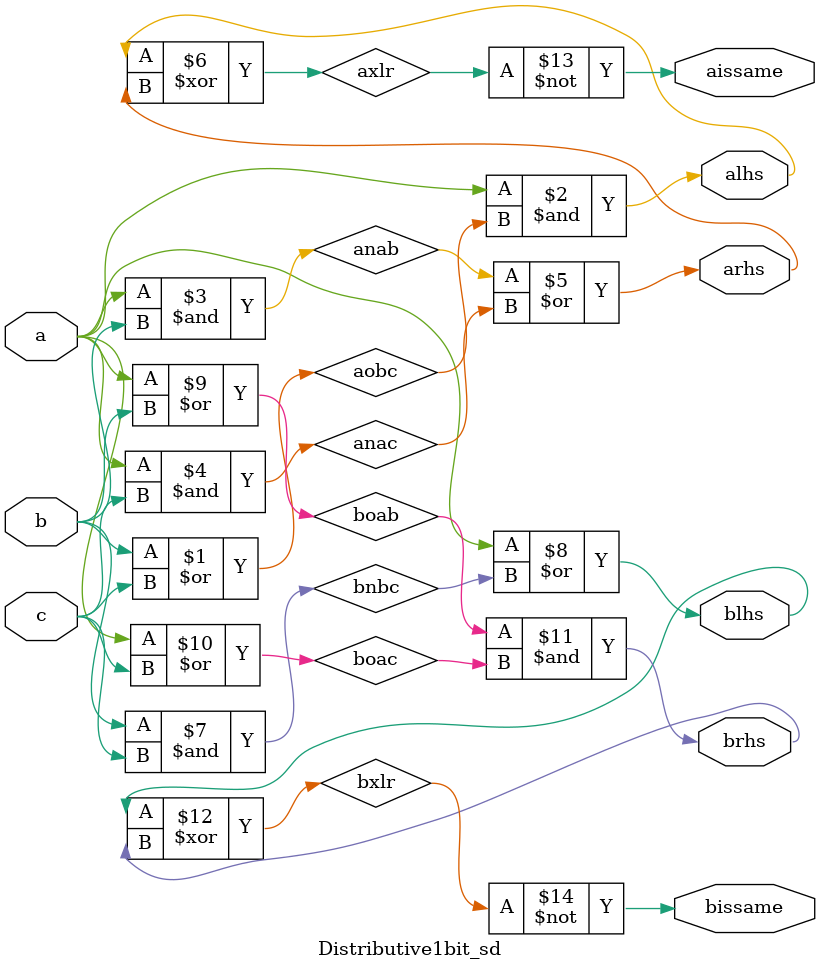
<source format=v>
`timescale 1ns/1ps

module Distributive1bit_sd (
    input a, b, c,
    output alhs, arhs, aissame,
    output blhs, brhs, bissame
);
    // we omit the declations of wires here
    or(aobc, b, c);
    and(alhs, a, aobc);

    and(anab, a, b);
    and(anac, a, c);
    or(arhs, anab, anac);

    xor(axlr, alhs, arhs);
    not(aissame, axlr);

    and(bnbc, b, c);
    or(blhs, a, bnbc);

    or(boab, a, b);
    or(boac, a, c);
    and(brhs, boab, boac);

    xor(bxlr, blhs, brhs);
    not(bissame, bxlr);
endmodule

</source>
